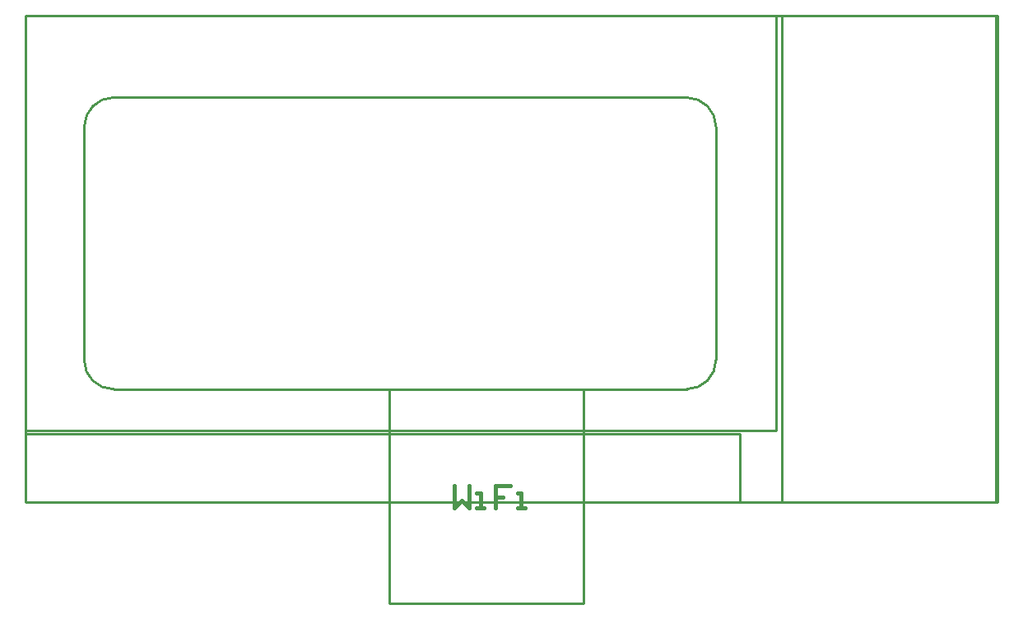
<source format=gm1>
G04 Layer_Color=16711935*
%FSLAX23Y23*%
%MOIN*%
G70*
G01*
G75*
%ADD28C,0.010*%
%ADD30C,0.015*%
D28*
X2796Y1519D02*
G03*
X2678Y1637I-118J0D01*
G01*
Y456D02*
G03*
X2796Y574I-0J118D01*
G01*
X237D02*
G03*
X356Y456I118J0D01*
G01*
Y1637D02*
G03*
X237Y1519I0J-118D01*
G01*
X0Y0D02*
Y1969D01*
Y0D02*
X3937D01*
Y1969D01*
X0D02*
X3937D01*
X2261Y-410D02*
Y456D01*
X1474Y-410D02*
X2261D01*
X1474D02*
Y456D01*
X0Y1969D02*
X3039D01*
X3039Y287D01*
X0D02*
Y1969D01*
Y287D02*
X3039Y287D01*
X356Y1637D02*
X2678D01*
X2796Y574D02*
Y1519D01*
X356Y456D02*
X2678D01*
X237Y574D02*
Y1519D01*
X3063Y0D02*
Y1969D01*
Y0D02*
X3929D01*
Y1969D01*
X3063D02*
X3929D01*
X0Y276D02*
X2894D01*
X0Y0D02*
Y276D01*
Y0D02*
X2894D01*
Y276D01*
D30*
X1737Y64D02*
Y-26D01*
X1767Y4D01*
X1797Y-26D01*
Y64D01*
X1827Y-26D02*
X1857D01*
X1842D01*
Y34D01*
X1827D01*
X1962Y64D02*
X1902D01*
Y19D01*
X1932D01*
X1902D01*
Y-26D01*
X1992D02*
X2022D01*
X2007D01*
Y34D01*
X1992D01*
M02*

</source>
